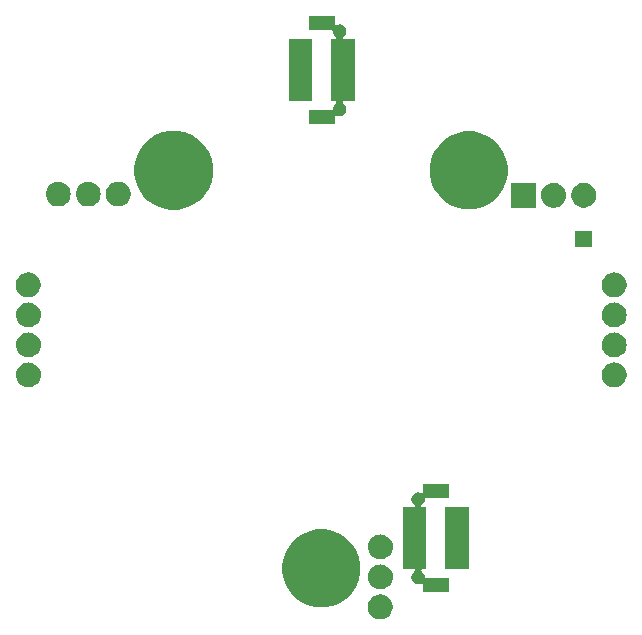
<source format=gbs>
G04 #@! TF.GenerationSoftware,KiCad,Pcbnew,(5.0.0)*
G04 #@! TF.CreationDate,2019-01-09T16:39:41-03:00*
G04 #@! TF.ProjectId,PCB_B,5043425F422E6B696361645F70636200,rev?*
G04 #@! TF.SameCoordinates,Original*
G04 #@! TF.FileFunction,Soldermask,Bot*
G04 #@! TF.FilePolarity,Negative*
%FSLAX46Y46*%
G04 Gerber Fmt 4.6, Leading zero omitted, Abs format (unit mm)*
G04 Created by KiCad (PCBNEW (5.0.0)) date 01/09/19 16:39:41*
%MOMM*%
%LPD*%
G01*
G04 APERTURE LIST*
%ADD10C,0.100000*%
G04 APERTURE END LIST*
D10*
G36*
X5122729Y-22408332D02*
X5303115Y-22444212D01*
X5494203Y-22523364D01*
X5666177Y-22638273D01*
X5812430Y-22784526D01*
X5927339Y-22956500D01*
X6006491Y-23147588D01*
X6046841Y-23350446D01*
X6046841Y-23557278D01*
X6006491Y-23760136D01*
X5927339Y-23951224D01*
X5812430Y-24123198D01*
X5666177Y-24269451D01*
X5494203Y-24384360D01*
X5303115Y-24463512D01*
X5122729Y-24499392D01*
X5100258Y-24503862D01*
X4893424Y-24503862D01*
X4870953Y-24499392D01*
X4690567Y-24463512D01*
X4499479Y-24384360D01*
X4327505Y-24269451D01*
X4181252Y-24123198D01*
X4066343Y-23951224D01*
X3987191Y-23760136D01*
X3946841Y-23557278D01*
X3946841Y-23350446D01*
X3987191Y-23147588D01*
X4066343Y-22956500D01*
X4181252Y-22784526D01*
X4327505Y-22638273D01*
X4499479Y-22523364D01*
X4690567Y-22444212D01*
X4870953Y-22408332D01*
X4893424Y-22403862D01*
X5100258Y-22403862D01*
X5122729Y-22408332D01*
X5122729Y-22408332D01*
G37*
G36*
X962574Y-17026817D02*
X1563135Y-17275577D01*
X2103630Y-17636725D01*
X2563275Y-18096370D01*
X2924423Y-18636865D01*
X3173183Y-19237426D01*
X3300000Y-19874977D01*
X3300000Y-20525023D01*
X3173183Y-21162574D01*
X2924423Y-21763135D01*
X2563275Y-22303630D01*
X2103630Y-22763275D01*
X1563135Y-23124423D01*
X962574Y-23373183D01*
X325023Y-23500000D01*
X-325023Y-23500000D01*
X-962574Y-23373183D01*
X-1563135Y-23124423D01*
X-2103630Y-22763275D01*
X-2563275Y-22303630D01*
X-2924423Y-21763135D01*
X-3173183Y-21162574D01*
X-3300000Y-20525023D01*
X-3300000Y-19874977D01*
X-3173183Y-19237426D01*
X-2924423Y-18636865D01*
X-2563275Y-18096370D01*
X-2103630Y-17636725D01*
X-1563135Y-17275577D01*
X-962574Y-17026817D01*
X-325023Y-16900000D01*
X325023Y-16900000D01*
X962574Y-17026817D01*
X962574Y-17026817D01*
G37*
G36*
X10800000Y-14227600D02*
X8900000Y-14227600D01*
X8875614Y-14230002D01*
X8852165Y-14237115D01*
X8830554Y-14248666D01*
X8811612Y-14264212D01*
X8796066Y-14283154D01*
X8784515Y-14304765D01*
X8777402Y-14328214D01*
X8775000Y-14352600D01*
X8775000Y-14384232D01*
X8752903Y-14495321D01*
X8709559Y-14599964D01*
X8646630Y-14694144D01*
X8566544Y-14774230D01*
X8529973Y-14798666D01*
X8511031Y-14814212D01*
X8495485Y-14833154D01*
X8483934Y-14854764D01*
X8476821Y-14878214D01*
X8474419Y-14902600D01*
X8476821Y-14926986D01*
X8483934Y-14950435D01*
X8495485Y-14972046D01*
X8511031Y-14990988D01*
X8529973Y-15006534D01*
X8551583Y-15018085D01*
X8575033Y-15025198D01*
X8599419Y-15027600D01*
X8900000Y-15027600D01*
X8900000Y-20227600D01*
X8599419Y-20227600D01*
X8575033Y-20230002D01*
X8551584Y-20237115D01*
X8529973Y-20248666D01*
X8511031Y-20264212D01*
X8495485Y-20283154D01*
X8483934Y-20304765D01*
X8476821Y-20328214D01*
X8474419Y-20352600D01*
X8476821Y-20376986D01*
X8483934Y-20400435D01*
X8495485Y-20422046D01*
X8511031Y-20440988D01*
X8529973Y-20456534D01*
X8566544Y-20480970D01*
X8646630Y-20561056D01*
X8709559Y-20655236D01*
X8752903Y-20759879D01*
X8775000Y-20870968D01*
X8775000Y-20902600D01*
X8777402Y-20926986D01*
X8784515Y-20950435D01*
X8796066Y-20972046D01*
X8811612Y-20990988D01*
X8830554Y-21006534D01*
X8852165Y-21018085D01*
X8875614Y-21025198D01*
X8900000Y-21027600D01*
X10800000Y-21027600D01*
X10800000Y-22227600D01*
X8600000Y-22227600D01*
X8600000Y-21571365D01*
X8597598Y-21546979D01*
X8590485Y-21523530D01*
X8578934Y-21501919D01*
X8563388Y-21482977D01*
X8544446Y-21467431D01*
X8522835Y-21455880D01*
X8499386Y-21448767D01*
X8475000Y-21446365D01*
X8450614Y-21448767D01*
X8427172Y-21455878D01*
X8367721Y-21480503D01*
X8256633Y-21502600D01*
X8143367Y-21502600D01*
X8032279Y-21480503D01*
X7927636Y-21437159D01*
X7833456Y-21374230D01*
X7753370Y-21294144D01*
X7690441Y-21199964D01*
X7647097Y-21095321D01*
X7625000Y-20984232D01*
X7625000Y-20870968D01*
X7647097Y-20759879D01*
X7690441Y-20655236D01*
X7753370Y-20561056D01*
X7833456Y-20480970D01*
X7870027Y-20456534D01*
X7888969Y-20440988D01*
X7904515Y-20422046D01*
X7916066Y-20400436D01*
X7923179Y-20376986D01*
X7925581Y-20352600D01*
X7923179Y-20328214D01*
X7916066Y-20304765D01*
X7904515Y-20283154D01*
X7888969Y-20264212D01*
X7870027Y-20248666D01*
X7848417Y-20237115D01*
X7824967Y-20230002D01*
X7800581Y-20227600D01*
X6900000Y-20227600D01*
X6900000Y-15027600D01*
X7800581Y-15027600D01*
X7824967Y-15025198D01*
X7848416Y-15018085D01*
X7870027Y-15006534D01*
X7888969Y-14990988D01*
X7904515Y-14972046D01*
X7916066Y-14950435D01*
X7923179Y-14926986D01*
X7925581Y-14902600D01*
X7923179Y-14878214D01*
X7916066Y-14854765D01*
X7904515Y-14833154D01*
X7888969Y-14814212D01*
X7870027Y-14798666D01*
X7833456Y-14774230D01*
X7753370Y-14694144D01*
X7690441Y-14599964D01*
X7647097Y-14495321D01*
X7625000Y-14384232D01*
X7625000Y-14270968D01*
X7647097Y-14159879D01*
X7690441Y-14055236D01*
X7753370Y-13961056D01*
X7833456Y-13880970D01*
X7927636Y-13818041D01*
X8032279Y-13774697D01*
X8143367Y-13752600D01*
X8256633Y-13752600D01*
X8367721Y-13774697D01*
X8427172Y-13799322D01*
X8450613Y-13806433D01*
X8475000Y-13808835D01*
X8499386Y-13806433D01*
X8522835Y-13799320D01*
X8544446Y-13787769D01*
X8563388Y-13772224D01*
X8578934Y-13753282D01*
X8590485Y-13731671D01*
X8597598Y-13708222D01*
X8600000Y-13683835D01*
X8600000Y-13027600D01*
X10800000Y-13027600D01*
X10800000Y-14227600D01*
X10800000Y-14227600D01*
G37*
G36*
X5125548Y-19871458D02*
X5202677Y-19879055D01*
X5334628Y-19919082D01*
X5400604Y-19939095D01*
X5583013Y-20036595D01*
X5742895Y-20167808D01*
X5874108Y-20327690D01*
X5971608Y-20510099D01*
X5971608Y-20510100D01*
X6031648Y-20708026D01*
X6051921Y-20913862D01*
X6031648Y-21119698D01*
X6007299Y-21199965D01*
X5971608Y-21317625D01*
X5874108Y-21500034D01*
X5742895Y-21659916D01*
X5583013Y-21791129D01*
X5400604Y-21888629D01*
X5334628Y-21908642D01*
X5202677Y-21948669D01*
X5125548Y-21956265D01*
X5048421Y-21963862D01*
X4945261Y-21963862D01*
X4868134Y-21956265D01*
X4791005Y-21948669D01*
X4659054Y-21908642D01*
X4593078Y-21888629D01*
X4410669Y-21791129D01*
X4250787Y-21659916D01*
X4119574Y-21500034D01*
X4022074Y-21317625D01*
X3986383Y-21199965D01*
X3962034Y-21119698D01*
X3941761Y-20913862D01*
X3962034Y-20708026D01*
X4022074Y-20510100D01*
X4022074Y-20510099D01*
X4119574Y-20327690D01*
X4250787Y-20167808D01*
X4410669Y-20036595D01*
X4593078Y-19939095D01*
X4659054Y-19919082D01*
X4791005Y-19879055D01*
X4868134Y-19871458D01*
X4945261Y-19863862D01*
X5048421Y-19863862D01*
X5125548Y-19871458D01*
X5125548Y-19871458D01*
G37*
G36*
X12500000Y-20227600D02*
X10500000Y-20227600D01*
X10500000Y-15027600D01*
X12500000Y-15027600D01*
X12500000Y-20227600D01*
X12500000Y-20227600D01*
G37*
G36*
X5125548Y-17331458D02*
X5202677Y-17339055D01*
X5334628Y-17379082D01*
X5400604Y-17399095D01*
X5583013Y-17496595D01*
X5742895Y-17627808D01*
X5874108Y-17787690D01*
X5971608Y-17970099D01*
X5971608Y-17970100D01*
X6031648Y-18168026D01*
X6051921Y-18373862D01*
X6031648Y-18579698D01*
X5991621Y-18711649D01*
X5971608Y-18777625D01*
X5874108Y-18960034D01*
X5742895Y-19119916D01*
X5583013Y-19251129D01*
X5400604Y-19348629D01*
X5334628Y-19368642D01*
X5202677Y-19408669D01*
X5125548Y-19416266D01*
X5048421Y-19423862D01*
X4945261Y-19423862D01*
X4868134Y-19416266D01*
X4791005Y-19408669D01*
X4659054Y-19368642D01*
X4593078Y-19348629D01*
X4410669Y-19251129D01*
X4250787Y-19119916D01*
X4119574Y-18960034D01*
X4022074Y-18777625D01*
X4002061Y-18711649D01*
X3962034Y-18579698D01*
X3941761Y-18373862D01*
X3962034Y-18168026D01*
X4022074Y-17970100D01*
X4022074Y-17970099D01*
X4119574Y-17787690D01*
X4250787Y-17627808D01*
X4410669Y-17496595D01*
X4593078Y-17399095D01*
X4659054Y-17379082D01*
X4791005Y-17339055D01*
X4868134Y-17331458D01*
X4945261Y-17323862D01*
X5048421Y-17323862D01*
X5125548Y-17331458D01*
X5125548Y-17331458D01*
G37*
G36*
X24925888Y-2764470D02*
X25106274Y-2800350D01*
X25297362Y-2879502D01*
X25469336Y-2994411D01*
X25615589Y-3140664D01*
X25730498Y-3312638D01*
X25809650Y-3503726D01*
X25850000Y-3706584D01*
X25850000Y-3913416D01*
X25809650Y-4116274D01*
X25730498Y-4307362D01*
X25615589Y-4479336D01*
X25469336Y-4625589D01*
X25297362Y-4740498D01*
X25106274Y-4819650D01*
X24925888Y-4855530D01*
X24903417Y-4860000D01*
X24696583Y-4860000D01*
X24674112Y-4855530D01*
X24493726Y-4819650D01*
X24302638Y-4740498D01*
X24130664Y-4625589D01*
X23984411Y-4479336D01*
X23869502Y-4307362D01*
X23790350Y-4116274D01*
X23750000Y-3913416D01*
X23750000Y-3706584D01*
X23790350Y-3503726D01*
X23869502Y-3312638D01*
X23984411Y-3140664D01*
X24130664Y-2994411D01*
X24302638Y-2879502D01*
X24493726Y-2800350D01*
X24674112Y-2764470D01*
X24696583Y-2760000D01*
X24903417Y-2760000D01*
X24925888Y-2764470D01*
X24925888Y-2764470D01*
G37*
G36*
X-24671293Y-2767597D02*
X-24594164Y-2775193D01*
X-24462213Y-2815220D01*
X-24396237Y-2835233D01*
X-24213828Y-2932733D01*
X-24053946Y-3063946D01*
X-23922733Y-3223828D01*
X-23825233Y-3406237D01*
X-23825233Y-3406238D01*
X-23765193Y-3604164D01*
X-23744920Y-3810000D01*
X-23765193Y-4015836D01*
X-23805220Y-4147787D01*
X-23825233Y-4213763D01*
X-23922733Y-4396172D01*
X-24053946Y-4556054D01*
X-24213828Y-4687267D01*
X-24396237Y-4784767D01*
X-24462213Y-4804780D01*
X-24594164Y-4844807D01*
X-24671293Y-4852404D01*
X-24748420Y-4860000D01*
X-24851580Y-4860000D01*
X-24928707Y-4852404D01*
X-25005836Y-4844807D01*
X-25137787Y-4804780D01*
X-25203763Y-4784767D01*
X-25386172Y-4687267D01*
X-25546054Y-4556054D01*
X-25677267Y-4396172D01*
X-25774767Y-4213763D01*
X-25794780Y-4147787D01*
X-25834807Y-4015836D01*
X-25855080Y-3810000D01*
X-25834807Y-3604164D01*
X-25774767Y-3406238D01*
X-25774767Y-3406237D01*
X-25677267Y-3223828D01*
X-25546054Y-3063946D01*
X-25386172Y-2932733D01*
X-25203763Y-2835233D01*
X-25137787Y-2815220D01*
X-25005836Y-2775193D01*
X-24928707Y-2767597D01*
X-24851580Y-2760000D01*
X-24748420Y-2760000D01*
X-24671293Y-2767597D01*
X-24671293Y-2767597D01*
G37*
G36*
X24928707Y-227597D02*
X25005836Y-235193D01*
X25137787Y-275220D01*
X25203763Y-295233D01*
X25386172Y-392733D01*
X25546054Y-523946D01*
X25677267Y-683828D01*
X25774767Y-866237D01*
X25774767Y-866238D01*
X25834807Y-1064164D01*
X25855080Y-1270000D01*
X25834807Y-1475836D01*
X25794780Y-1607787D01*
X25774767Y-1673763D01*
X25677267Y-1856172D01*
X25546054Y-2016054D01*
X25386172Y-2147267D01*
X25203763Y-2244767D01*
X25137787Y-2264780D01*
X25005836Y-2304807D01*
X24928707Y-2312403D01*
X24851580Y-2320000D01*
X24748420Y-2320000D01*
X24671293Y-2312404D01*
X24594164Y-2304807D01*
X24462213Y-2264780D01*
X24396237Y-2244767D01*
X24213828Y-2147267D01*
X24053946Y-2016054D01*
X23922733Y-1856172D01*
X23825233Y-1673763D01*
X23805220Y-1607787D01*
X23765193Y-1475836D01*
X23744920Y-1270000D01*
X23765193Y-1064164D01*
X23825233Y-866238D01*
X23825233Y-866237D01*
X23922733Y-683828D01*
X24053946Y-523946D01*
X24213828Y-392733D01*
X24396237Y-295233D01*
X24462213Y-275220D01*
X24594164Y-235193D01*
X24671293Y-227597D01*
X24748420Y-220000D01*
X24851580Y-220000D01*
X24928707Y-227597D01*
X24928707Y-227597D01*
G37*
G36*
X-24671293Y-227597D02*
X-24594164Y-235193D01*
X-24462213Y-275220D01*
X-24396237Y-295233D01*
X-24213828Y-392733D01*
X-24053946Y-523946D01*
X-23922733Y-683828D01*
X-23825233Y-866237D01*
X-23825233Y-866238D01*
X-23765193Y-1064164D01*
X-23744920Y-1270000D01*
X-23765193Y-1475836D01*
X-23805220Y-1607787D01*
X-23825233Y-1673763D01*
X-23922733Y-1856172D01*
X-24053946Y-2016054D01*
X-24213828Y-2147267D01*
X-24396237Y-2244767D01*
X-24462213Y-2264780D01*
X-24594164Y-2304807D01*
X-24671293Y-2312404D01*
X-24748420Y-2320000D01*
X-24851580Y-2320000D01*
X-24928707Y-2312403D01*
X-25005836Y-2304807D01*
X-25137787Y-2264780D01*
X-25203763Y-2244767D01*
X-25386172Y-2147267D01*
X-25546054Y-2016054D01*
X-25677267Y-1856172D01*
X-25774767Y-1673763D01*
X-25794780Y-1607787D01*
X-25834807Y-1475836D01*
X-25855080Y-1270000D01*
X-25834807Y-1064164D01*
X-25774767Y-866238D01*
X-25774767Y-866237D01*
X-25677267Y-683828D01*
X-25546054Y-523946D01*
X-25386172Y-392733D01*
X-25203763Y-295233D01*
X-25137787Y-275220D01*
X-25005836Y-235193D01*
X-24928707Y-227597D01*
X-24851580Y-220000D01*
X-24748420Y-220000D01*
X-24671293Y-227597D01*
X-24671293Y-227597D01*
G37*
G36*
X24928707Y2312403D02*
X25005836Y2304807D01*
X25137787Y2264780D01*
X25203763Y2244767D01*
X25386172Y2147267D01*
X25546054Y2016054D01*
X25677267Y1856172D01*
X25774767Y1673763D01*
X25774767Y1673762D01*
X25834807Y1475836D01*
X25855080Y1270000D01*
X25834807Y1064164D01*
X25794780Y932213D01*
X25774767Y866237D01*
X25677267Y683828D01*
X25546054Y523946D01*
X25386172Y392733D01*
X25203763Y295233D01*
X25137787Y275220D01*
X25005836Y235193D01*
X24928707Y227597D01*
X24851580Y220000D01*
X24748420Y220000D01*
X24671293Y227597D01*
X24594164Y235193D01*
X24462213Y275220D01*
X24396237Y295233D01*
X24213828Y392733D01*
X24053946Y523946D01*
X23922733Y683828D01*
X23825233Y866237D01*
X23805220Y932213D01*
X23765193Y1064164D01*
X23744920Y1270000D01*
X23765193Y1475836D01*
X23825233Y1673762D01*
X23825233Y1673763D01*
X23922733Y1856172D01*
X24053946Y2016054D01*
X24213828Y2147267D01*
X24396237Y2244767D01*
X24462213Y2264780D01*
X24594164Y2304807D01*
X24671293Y2312404D01*
X24748420Y2320000D01*
X24851580Y2320000D01*
X24928707Y2312403D01*
X24928707Y2312403D01*
G37*
G36*
X-24671293Y2312404D02*
X-24594164Y2304807D01*
X-24462213Y2264780D01*
X-24396237Y2244767D01*
X-24213828Y2147267D01*
X-24053946Y2016054D01*
X-23922733Y1856172D01*
X-23825233Y1673763D01*
X-23825233Y1673762D01*
X-23765193Y1475836D01*
X-23744920Y1270000D01*
X-23765193Y1064164D01*
X-23805220Y932213D01*
X-23825233Y866237D01*
X-23922733Y683828D01*
X-24053946Y523946D01*
X-24213828Y392733D01*
X-24396237Y295233D01*
X-24462213Y275220D01*
X-24594164Y235193D01*
X-24671293Y227597D01*
X-24748420Y220000D01*
X-24851580Y220000D01*
X-24928707Y227597D01*
X-25005836Y235193D01*
X-25137787Y275220D01*
X-25203763Y295233D01*
X-25386172Y392733D01*
X-25546054Y523946D01*
X-25677267Y683828D01*
X-25774767Y866237D01*
X-25794780Y932213D01*
X-25834807Y1064164D01*
X-25855080Y1270000D01*
X-25834807Y1475836D01*
X-25774767Y1673762D01*
X-25774767Y1673763D01*
X-25677267Y1856172D01*
X-25546054Y2016054D01*
X-25386172Y2147267D01*
X-25203763Y2244767D01*
X-25137787Y2264780D01*
X-25005836Y2304807D01*
X-24928707Y2312403D01*
X-24851580Y2320000D01*
X-24748420Y2320000D01*
X-24671293Y2312404D01*
X-24671293Y2312404D01*
G37*
G36*
X-24674112Y4855530D02*
X-24493726Y4819650D01*
X-24302638Y4740498D01*
X-24130664Y4625589D01*
X-23984411Y4479336D01*
X-23869502Y4307362D01*
X-23790350Y4116274D01*
X-23750000Y3913416D01*
X-23750000Y3706584D01*
X-23790350Y3503726D01*
X-23869502Y3312638D01*
X-23984411Y3140664D01*
X-24130664Y2994411D01*
X-24302638Y2879502D01*
X-24493726Y2800350D01*
X-24674112Y2764470D01*
X-24696583Y2760000D01*
X-24903417Y2760000D01*
X-24925888Y2764470D01*
X-25106274Y2800350D01*
X-25297362Y2879502D01*
X-25469336Y2994411D01*
X-25615589Y3140664D01*
X-25730498Y3312638D01*
X-25809650Y3503726D01*
X-25850000Y3706584D01*
X-25850000Y3913416D01*
X-25809650Y4116274D01*
X-25730498Y4307362D01*
X-25615589Y4479336D01*
X-25469336Y4625589D01*
X-25297362Y4740498D01*
X-25106274Y4819650D01*
X-24925888Y4855530D01*
X-24903417Y4860000D01*
X-24696583Y4860000D01*
X-24674112Y4855530D01*
X-24674112Y4855530D01*
G37*
G36*
X24925888Y4855530D02*
X25106274Y4819650D01*
X25297362Y4740498D01*
X25469336Y4625589D01*
X25615589Y4479336D01*
X25730498Y4307362D01*
X25809650Y4116274D01*
X25850000Y3913416D01*
X25850000Y3706584D01*
X25809650Y3503726D01*
X25730498Y3312638D01*
X25615589Y3140664D01*
X25469336Y2994411D01*
X25297362Y2879502D01*
X25106274Y2800350D01*
X24925888Y2764470D01*
X24903417Y2760000D01*
X24696583Y2760000D01*
X24674112Y2764470D01*
X24493726Y2800350D01*
X24302638Y2879502D01*
X24130664Y2994411D01*
X23984411Y3140664D01*
X23869502Y3312638D01*
X23790350Y3503726D01*
X23750000Y3706584D01*
X23750000Y3913416D01*
X23790350Y4116274D01*
X23869502Y4307362D01*
X23984411Y4479336D01*
X24130664Y4625589D01*
X24302638Y4740498D01*
X24493726Y4819650D01*
X24674112Y4855530D01*
X24696583Y4860000D01*
X24903417Y4860000D01*
X24925888Y4855530D01*
X24925888Y4855530D01*
G37*
G36*
X22900000Y7000000D02*
X21500000Y7000000D01*
X21500000Y8400000D01*
X22900000Y8400000D01*
X22900000Y7000000D01*
X22900000Y7000000D01*
G37*
G36*
X-11522842Y16721262D02*
X-10913181Y16468732D01*
X-10364497Y16102113D01*
X-9897887Y15635503D01*
X-9531268Y15086819D01*
X-9278738Y14477158D01*
X-9150000Y13829948D01*
X-9150000Y13170052D01*
X-9278738Y12522842D01*
X-9531268Y11913181D01*
X-9897887Y11364497D01*
X-10364497Y10897887D01*
X-10913181Y10531268D01*
X-11522842Y10278738D01*
X-12170052Y10150000D01*
X-12829948Y10150000D01*
X-13477158Y10278738D01*
X-14086819Y10531268D01*
X-14635503Y10897887D01*
X-15102113Y11364497D01*
X-15468732Y11913181D01*
X-15721262Y12522842D01*
X-15850000Y13170052D01*
X-15850000Y13829948D01*
X-15721262Y14477158D01*
X-15468732Y15086819D01*
X-15102113Y15635503D01*
X-14635503Y16102113D01*
X-14086819Y16468732D01*
X-13477158Y16721262D01*
X-12829948Y16850000D01*
X-12170052Y16850000D01*
X-11522842Y16721262D01*
X-11522842Y16721262D01*
G37*
G36*
X13462574Y16673183D02*
X14063135Y16424423D01*
X14603630Y16063275D01*
X15063275Y15603630D01*
X15424423Y15063135D01*
X15673183Y14462574D01*
X15800000Y13825023D01*
X15800000Y13174977D01*
X15673183Y12537426D01*
X15424423Y11936865D01*
X15063275Y11396370D01*
X14603630Y10936725D01*
X14063135Y10575577D01*
X13462574Y10326817D01*
X12825023Y10200000D01*
X12174977Y10200000D01*
X11537426Y10326817D01*
X10936865Y10575577D01*
X10396370Y10936725D01*
X9936725Y11396370D01*
X9575577Y11936865D01*
X9326817Y12537426D01*
X9200000Y13174977D01*
X9200000Y13825023D01*
X9326817Y14462574D01*
X9575577Y15063135D01*
X9936725Y15603630D01*
X10396370Y16063275D01*
X10936865Y16424423D01*
X11537426Y16673183D01*
X12174977Y16800000D01*
X12825023Y16800000D01*
X13462574Y16673183D01*
X13462574Y16673183D01*
G37*
G36*
X22338150Y12446371D02*
X22518536Y12410491D01*
X22709624Y12331339D01*
X22881598Y12216430D01*
X23027851Y12070177D01*
X23142760Y11898203D01*
X23221912Y11707115D01*
X23262262Y11504257D01*
X23262262Y11297425D01*
X23221912Y11094567D01*
X23142760Y10903479D01*
X23027851Y10731505D01*
X22881598Y10585252D01*
X22709624Y10470343D01*
X22518536Y10391191D01*
X22338150Y10355311D01*
X22315679Y10350841D01*
X22108845Y10350841D01*
X22086374Y10355311D01*
X21905988Y10391191D01*
X21714900Y10470343D01*
X21542926Y10585252D01*
X21396673Y10731505D01*
X21281764Y10903479D01*
X21202612Y11094567D01*
X21162262Y11297425D01*
X21162262Y11504257D01*
X21202612Y11707115D01*
X21281764Y11898203D01*
X21396673Y12070177D01*
X21542926Y12216430D01*
X21714900Y12331339D01*
X21905988Y12410491D01*
X22086374Y12446371D01*
X22108845Y12450841D01*
X22315679Y12450841D01*
X22338150Y12446371D01*
X22338150Y12446371D01*
G37*
G36*
X19800969Y12443245D02*
X19878098Y12435648D01*
X20010049Y12395621D01*
X20076025Y12375608D01*
X20258434Y12278108D01*
X20418316Y12146895D01*
X20549529Y11987013D01*
X20647029Y11804604D01*
X20647029Y11804603D01*
X20707069Y11606677D01*
X20727342Y11400841D01*
X20707069Y11195005D01*
X20667042Y11063054D01*
X20647029Y10997078D01*
X20549529Y10814669D01*
X20418316Y10654787D01*
X20258434Y10523574D01*
X20076025Y10426074D01*
X20010049Y10406061D01*
X19878098Y10366034D01*
X19800969Y10358437D01*
X19723842Y10350841D01*
X19620682Y10350841D01*
X19543555Y10358437D01*
X19466426Y10366034D01*
X19334475Y10406061D01*
X19268499Y10426074D01*
X19086090Y10523574D01*
X18926208Y10654787D01*
X18794995Y10814669D01*
X18697495Y10997078D01*
X18677482Y11063054D01*
X18637455Y11195005D01*
X18617182Y11400841D01*
X18637455Y11606677D01*
X18697495Y11804603D01*
X18697495Y11804604D01*
X18794995Y11987013D01*
X18926208Y12146895D01*
X19086090Y12278108D01*
X19268499Y12375608D01*
X19334475Y12395621D01*
X19466426Y12435648D01*
X19543555Y12443244D01*
X19620682Y12450841D01*
X19723842Y12450841D01*
X19800969Y12443245D01*
X19800969Y12443245D01*
G37*
G36*
X18182262Y10350841D02*
X16082262Y10350841D01*
X16082262Y12450841D01*
X18182262Y12450841D01*
X18182262Y10350841D01*
X18182262Y10350841D01*
G37*
G36*
X-17061850Y12546371D02*
X-16881464Y12510491D01*
X-16690376Y12431339D01*
X-16518402Y12316430D01*
X-16372149Y12170177D01*
X-16257240Y11998203D01*
X-16178088Y11807115D01*
X-16137738Y11604257D01*
X-16137738Y11397425D01*
X-16178088Y11194567D01*
X-16257240Y11003479D01*
X-16372149Y10831505D01*
X-16518402Y10685252D01*
X-16690376Y10570343D01*
X-16881464Y10491191D01*
X-17061850Y10455311D01*
X-17084321Y10450841D01*
X-17291155Y10450841D01*
X-17313626Y10455311D01*
X-17494012Y10491191D01*
X-17685100Y10570343D01*
X-17857074Y10685252D01*
X-18003327Y10831505D01*
X-18118236Y11003479D01*
X-18197388Y11194567D01*
X-18237738Y11397425D01*
X-18237738Y11604257D01*
X-18197388Y11807115D01*
X-18118236Y11998203D01*
X-18003327Y12170177D01*
X-17857074Y12316430D01*
X-17685100Y12431339D01*
X-17494012Y12510491D01*
X-17313626Y12546371D01*
X-17291155Y12550841D01*
X-17084321Y12550841D01*
X-17061850Y12546371D01*
X-17061850Y12546371D01*
G37*
G36*
X-19599031Y12543245D02*
X-19521902Y12535648D01*
X-19389951Y12495621D01*
X-19323975Y12475608D01*
X-19141566Y12378108D01*
X-18981684Y12246895D01*
X-18850471Y12087013D01*
X-18752971Y11904604D01*
X-18732958Y11838628D01*
X-18692931Y11706677D01*
X-18672658Y11500841D01*
X-18692931Y11295005D01*
X-18732958Y11163054D01*
X-18752971Y11097078D01*
X-18850471Y10914669D01*
X-18981684Y10754787D01*
X-19141566Y10623574D01*
X-19323975Y10526074D01*
X-19332217Y10523574D01*
X-19521902Y10466034D01*
X-19599031Y10458437D01*
X-19676158Y10450841D01*
X-19779318Y10450841D01*
X-19856445Y10458437D01*
X-19933574Y10466034D01*
X-20123259Y10523574D01*
X-20131501Y10526074D01*
X-20313910Y10623574D01*
X-20473792Y10754787D01*
X-20605005Y10914669D01*
X-20702505Y11097078D01*
X-20722518Y11163054D01*
X-20762545Y11295005D01*
X-20782818Y11500841D01*
X-20762545Y11706677D01*
X-20722518Y11838628D01*
X-20702505Y11904604D01*
X-20605005Y12087013D01*
X-20473792Y12246895D01*
X-20313910Y12378108D01*
X-20131501Y12475608D01*
X-20065525Y12495621D01*
X-19933574Y12535648D01*
X-19856445Y12543245D01*
X-19779318Y12550841D01*
X-19676158Y12550841D01*
X-19599031Y12543245D01*
X-19599031Y12543245D01*
G37*
G36*
X-22139031Y12543245D02*
X-22061902Y12535648D01*
X-21929951Y12495621D01*
X-21863975Y12475608D01*
X-21681566Y12378108D01*
X-21521684Y12246895D01*
X-21390471Y12087013D01*
X-21292971Y11904604D01*
X-21272958Y11838628D01*
X-21232931Y11706677D01*
X-21212658Y11500841D01*
X-21232931Y11295005D01*
X-21272958Y11163054D01*
X-21292971Y11097078D01*
X-21390471Y10914669D01*
X-21521684Y10754787D01*
X-21681566Y10623574D01*
X-21863975Y10526074D01*
X-21872217Y10523574D01*
X-22061902Y10466034D01*
X-22139031Y10458437D01*
X-22216158Y10450841D01*
X-22319318Y10450841D01*
X-22396445Y10458437D01*
X-22473574Y10466034D01*
X-22663259Y10523574D01*
X-22671501Y10526074D01*
X-22853910Y10623574D01*
X-23013792Y10754787D01*
X-23145005Y10914669D01*
X-23242505Y11097078D01*
X-23262518Y11163054D01*
X-23302545Y11295005D01*
X-23322818Y11500841D01*
X-23302545Y11706677D01*
X-23262518Y11838628D01*
X-23242505Y11904604D01*
X-23145005Y12087013D01*
X-23013792Y12246895D01*
X-22853910Y12378108D01*
X-22671501Y12475608D01*
X-22605525Y12495621D01*
X-22473574Y12535648D01*
X-22396445Y12543245D01*
X-22319318Y12550841D01*
X-22216158Y12550841D01*
X-22139031Y12543245D01*
X-22139031Y12543245D01*
G37*
G36*
X1150000Y25943765D02*
X1152402Y25919379D01*
X1159515Y25895930D01*
X1171066Y25874319D01*
X1186612Y25855377D01*
X1205554Y25839831D01*
X1227165Y25828280D01*
X1250614Y25821167D01*
X1275000Y25818765D01*
X1299386Y25821167D01*
X1322828Y25828278D01*
X1382279Y25852903D01*
X1493367Y25875000D01*
X1606633Y25875000D01*
X1705283Y25855377D01*
X1717721Y25852903D01*
X1822364Y25809559D01*
X1916544Y25746630D01*
X1996630Y25666544D01*
X2059559Y25572364D01*
X2102903Y25467721D01*
X2125000Y25356632D01*
X2125000Y25243368D01*
X2102903Y25132279D01*
X2059559Y25027636D01*
X1996630Y24933456D01*
X1916544Y24853370D01*
X1879973Y24828934D01*
X1861031Y24813388D01*
X1845485Y24794446D01*
X1833934Y24772836D01*
X1826821Y24749386D01*
X1824419Y24725000D01*
X1826821Y24700614D01*
X1833934Y24677165D01*
X1845485Y24655554D01*
X1861031Y24636612D01*
X1879973Y24621066D01*
X1901583Y24609515D01*
X1925033Y24602402D01*
X1949419Y24600000D01*
X2850000Y24600000D01*
X2850000Y19400000D01*
X1949419Y19400000D01*
X1925033Y19397598D01*
X1901584Y19390485D01*
X1879973Y19378934D01*
X1861031Y19363388D01*
X1845485Y19344446D01*
X1833934Y19322835D01*
X1826821Y19299386D01*
X1824419Y19275000D01*
X1826821Y19250614D01*
X1833934Y19227165D01*
X1845485Y19205554D01*
X1861031Y19186612D01*
X1879973Y19171066D01*
X1916544Y19146630D01*
X1996630Y19066544D01*
X2059559Y18972364D01*
X2102903Y18867721D01*
X2125000Y18756632D01*
X2125000Y18643368D01*
X2102903Y18532279D01*
X2059559Y18427636D01*
X1996630Y18333456D01*
X1916544Y18253370D01*
X1822364Y18190441D01*
X1717721Y18147097D01*
X1606633Y18125000D01*
X1493367Y18125000D01*
X1382279Y18147097D01*
X1322828Y18171722D01*
X1299387Y18178833D01*
X1275000Y18181235D01*
X1250614Y18178833D01*
X1227165Y18171720D01*
X1205554Y18160169D01*
X1186612Y18144624D01*
X1171066Y18125682D01*
X1159515Y18104071D01*
X1152402Y18080622D01*
X1150000Y18056235D01*
X1150000Y17400000D01*
X-1050000Y17400000D01*
X-1050000Y18600000D01*
X850000Y18600000D01*
X874386Y18602402D01*
X897835Y18609515D01*
X919446Y18621066D01*
X938388Y18636612D01*
X953934Y18655554D01*
X965485Y18677165D01*
X972598Y18700614D01*
X975000Y18725000D01*
X975000Y18756632D01*
X997097Y18867721D01*
X1040441Y18972364D01*
X1103370Y19066544D01*
X1183456Y19146630D01*
X1220027Y19171066D01*
X1238969Y19186612D01*
X1254515Y19205554D01*
X1266066Y19227164D01*
X1273179Y19250614D01*
X1275581Y19275000D01*
X1273179Y19299386D01*
X1266066Y19322835D01*
X1254515Y19344446D01*
X1238969Y19363388D01*
X1220027Y19378934D01*
X1198417Y19390485D01*
X1174967Y19397598D01*
X1150581Y19400000D01*
X850000Y19400000D01*
X850000Y24600000D01*
X1150581Y24600000D01*
X1174967Y24602402D01*
X1198416Y24609515D01*
X1220027Y24621066D01*
X1238969Y24636612D01*
X1254515Y24655554D01*
X1266066Y24677165D01*
X1273179Y24700614D01*
X1275581Y24725000D01*
X1273179Y24749386D01*
X1266066Y24772835D01*
X1254515Y24794446D01*
X1238969Y24813388D01*
X1220027Y24828934D01*
X1183456Y24853370D01*
X1103370Y24933456D01*
X1040441Y25027636D01*
X997097Y25132279D01*
X975000Y25243368D01*
X975000Y25275000D01*
X972598Y25299386D01*
X965485Y25322835D01*
X953934Y25344446D01*
X938388Y25363388D01*
X919446Y25378934D01*
X897835Y25390485D01*
X874386Y25397598D01*
X850000Y25400000D01*
X-1050000Y25400000D01*
X-1050000Y26600000D01*
X1150000Y26600000D01*
X1150000Y25943765D01*
X1150000Y25943765D01*
G37*
G36*
X-750000Y19400000D02*
X-2750000Y19400000D01*
X-2750000Y24600000D01*
X-750000Y24600000D01*
X-750000Y19400000D01*
X-750000Y19400000D01*
G37*
M02*

</source>
